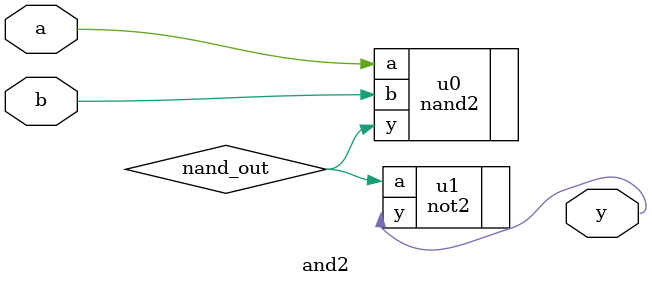
<source format=v>
module and2(input a, input b, output y);
  wire nand_out;
  nand2 u0 (.a(a), .b(b), .y(nand_out));
  not2 u1 (.a(nand_out), .y(y));  // AND = NOT(NAND)
endmodule

</source>
